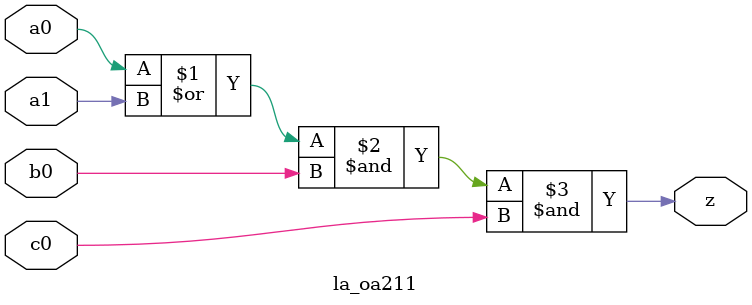
<source format=v>


module la_oa211 #(
    parameter PROP = "DEFAULT"
) (
    input  a0,
    input  a1,
    input  b0,
    input  c0,
    output z
);

    assign z = (a0 | a1) & b0 & c0;

endmodule

</source>
